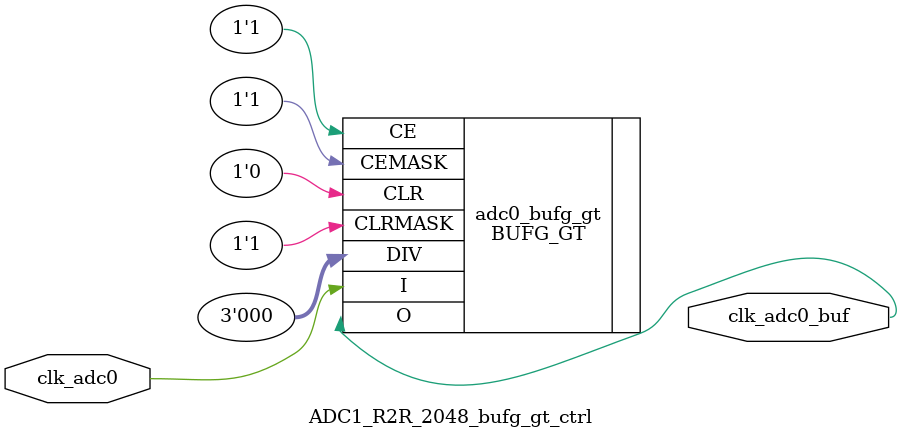
<source format=v>

`timescale 1ns / 1ps

(* DowngradeIPIdentifiedWarnings="yes" *)
module ADC1_R2R_2048_bufg_gt_ctrl (
  // ADC Fabric Feedback Clock for Tile 0
  input    clk_adc0,
  
  output   clk_adc0_buf
    
);

 
  BUFG_GT adc0_bufg_gt
  (
    .I       (clk_adc0),
    .CE      (1'b1),
    .CEMASK  (1'b1),
    .CLR     (1'b0),
    .CLRMASK (1'b1),
    .DIV     (3'b000),
    .O       (clk_adc0_buf)
  );  

endmodule

</source>
